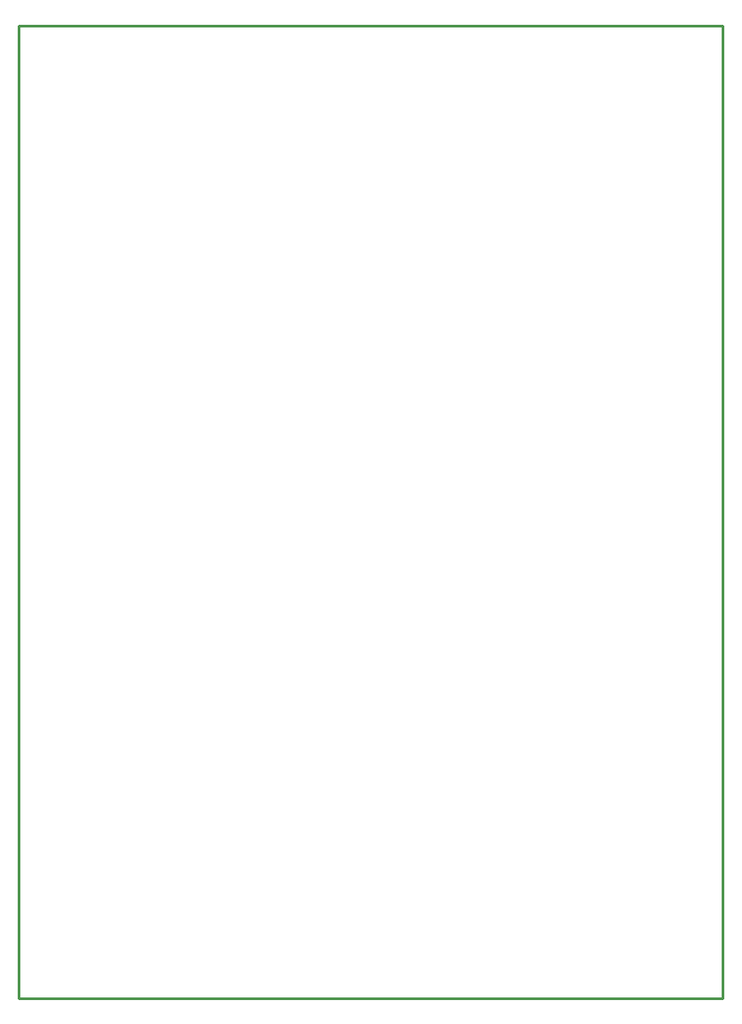
<source format=gm1>
%FSLAX42Y42*%
%MOMM*%
G71*
G01*
G75*
G04 Layer_Color=16711935*
%ADD10R,1.22X1.22*%
%ADD11R,1.22X1.22*%
%ADD12R,3.20X4.00*%
%ADD13R,1.27X1.27*%
%ADD14R,1.40X1.40*%
%ADD15O,0.25X1.75*%
%ADD16O,1.75X0.25*%
%ADD17O,1.20X0.35*%
%ADD18R,1.20X0.35*%
%ADD19O,0.35X1.20*%
%ADD20R,0.35X1.20*%
%ADD21R,0.60X1.20*%
%ADD22O,1.30X0.65*%
%ADD23R,1.30X0.65*%
%ADD24O,0.35X1.85*%
%ADD25R,1.27X1.27*%
%ADD26R,1.52X1.52*%
%ADD27C,0.25*%
%ADD28C,0.60*%
%ADD29C,2.00*%
%ADD30C,1.20*%
%ADD31C,0.50*%
%ADD32C,0.40*%
%ADD33C,1.30*%
%ADD34C,0.25*%
%ADD35C,0.35*%
%ADD36C,0.30*%
%ADD37C,0.80*%
%ADD38C,5.00*%
%ADD39C,5.00*%
%ADD40C,1.57*%
%ADD41P,1.70X8X292.5*%
%ADD42R,1.50X1.50*%
%ADD43C,1.50*%
%ADD44C,2.00*%
%ADD45R,2.00X2.00*%
%ADD46R,2.00X2.00*%
%ADD47C,1.52*%
%ADD48C,1.27*%
%ADD49C,1.10*%
%ADD50C,1.70*%
%ADD51R,1.20X0.60*%
%ADD52R,1.75X0.25*%
%ADD53R,0.25X1.75*%
%ADD54O,2.03X0.61*%
%ADD55R,0.69X0.99*%
%ADD56R,1.02X2.03*%
%ADD57R,5.59X8.64*%
%ADD58R,2.03X3.05*%
%ADD59R,3.05X2.03*%
%ADD60R,0.76X1.30*%
%ADD61C,1.00*%
%ADD62C,0.20*%
%ADD63C,0.20*%
%ADD64C,0.30*%
%ADD65C,0.38*%
%ADD66C,0.13*%
%ADD67C,0.10*%
%ADD68C,0.15*%
%ADD69R,1.42X1.42*%
%ADD70R,1.42X1.42*%
%ADD71R,3.40X4.20*%
%ADD72R,1.47X1.47*%
%ADD73R,1.60X1.60*%
%ADD74O,0.45X1.95*%
%ADD75O,1.95X0.45*%
%ADD76O,1.40X0.55*%
%ADD77R,1.40X0.55*%
%ADD78O,0.55X1.40*%
%ADD79R,0.55X1.40*%
%ADD80R,0.80X1.40*%
%ADD81O,1.50X0.85*%
%ADD82R,1.50X0.85*%
%ADD83O,0.55X2.05*%
%ADD84R,1.47X1.47*%
%ADD85R,1.73X1.73*%
%ADD86C,5.20*%
%ADD87C,5.20*%
%ADD88C,1.78*%
%ADD89P,1.92X8X292.5*%
%ADD90R,1.70X1.70*%
%ADD91C,1.70*%
%ADD92C,2.20*%
%ADD93R,2.20X2.20*%
%ADD94R,2.20X2.20*%
%ADD95C,1.73*%
%ADD96C,1.47*%
%ADD97C,1.30*%
%ADD98C,1.90*%
%ADD99R,1.40X0.80*%
%ADD100R,1.95X0.45*%
%ADD101R,0.45X1.95*%
%ADD102O,2.24X0.81*%
%ADD103R,0.89X1.19*%
%ADD104R,1.22X2.24*%
%ADD105R,5.79X8.84*%
%ADD106R,2.24X3.25*%
%ADD107R,3.25X2.24*%
%ADD108R,0.97X1.50*%
D34*
X3429Y3581D02*
X10160D01*
Y12878D01*
X3429D02*
X10160D01*
X3429Y3581D02*
Y12878D01*
M02*

</source>
